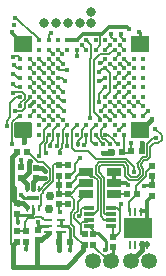
<source format=gtl>
G04 Layer_Physical_Order=1*
G04 Layer_Color=255*
%FSLAX24Y24*%
%MOIN*%
G70*
G01*
G75*
%ADD10R,0.0236X0.0217*%
%ADD11R,0.0610X0.0551*%
G04:AMPARAMS|DCode=12|XSize=61mil|YSize=55.1mil|CornerRadius=5.5mil|HoleSize=0mil|Usage=FLASHONLY|Rotation=0.000|XOffset=0mil|YOffset=0mil|HoleType=Round|Shape=RoundedRectangle|*
%AMROUNDEDRECTD12*
21,1,0.0610,0.0441,0,0,0.0*
21,1,0.0500,0.0551,0,0,0.0*
1,1,0.0110,0.0250,-0.0220*
1,1,0.0110,-0.0250,-0.0220*
1,1,0.0110,-0.0250,0.0220*
1,1,0.0110,0.0250,0.0220*
%
%ADD12ROUNDEDRECTD12*%
%ADD13C,0.0157*%
%ADD14R,0.0217X0.0236*%
%ADD15R,0.0110X0.0197*%
G04:AMPARAMS|DCode=16|XSize=9.8mil|YSize=23.6mil|CornerRadius=2.5mil|HoleSize=0mil|Usage=FLASHONLY|Rotation=180.000|XOffset=0mil|YOffset=0mil|HoleType=Round|Shape=RoundedRectangle|*
%AMROUNDEDRECTD16*
21,1,0.0098,0.0187,0,0,180.0*
21,1,0.0049,0.0236,0,0,180.0*
1,1,0.0049,-0.0025,0.0093*
1,1,0.0049,0.0025,0.0093*
1,1,0.0049,0.0025,-0.0093*
1,1,0.0049,-0.0025,-0.0093*
%
%ADD16ROUNDEDRECTD16*%
%ADD17R,0.0394X0.0177*%
%ADD18R,0.0335X0.0118*%
%ADD19R,0.0098X0.0276*%
%ADD20R,0.0937X0.0650*%
%ADD21R,0.0512X0.0276*%
%ADD22R,0.0295X0.0110*%
%ADD23R,0.0335X0.0110*%
%ADD24C,0.0118*%
%ADD25C,0.0051*%
%ADD26C,0.0150*%
%ADD27C,0.0079*%
%ADD28C,0.0098*%
%ADD29C,0.0080*%
%ADD30C,0.0100*%
%ADD31C,0.0090*%
%ADD32C,0.0050*%
%ADD33C,0.0052*%
%ADD34C,0.0060*%
%ADD35C,0.0059*%
%ADD36C,0.0300*%
%ADD37C,0.0530*%
%ADD38C,0.0330*%
%ADD39C,0.0170*%
D10*
X2787Y2669D02*
D03*
Y3024D02*
D03*
X3921Y1319D02*
D03*
Y1673D02*
D03*
X3091Y3610D02*
D03*
Y3965D02*
D03*
X2776Y3961D02*
D03*
Y3606D02*
D03*
X1390Y2339D02*
D03*
Y2693D02*
D03*
X1524Y3894D02*
D03*
Y3539D02*
D03*
X2025Y3885D02*
D03*
Y3531D02*
D03*
X1677Y1425D02*
D03*
Y1780D02*
D03*
X1390D02*
D03*
Y1425D02*
D03*
X2067Y1469D02*
D03*
Y1823D02*
D03*
X5880Y3598D02*
D03*
Y3952D02*
D03*
X5875Y3302D02*
D03*
Y2948D02*
D03*
X3634Y1673D02*
D03*
Y1319D02*
D03*
X4574Y1585D02*
D03*
Y1231D02*
D03*
X3083Y2665D02*
D03*
Y3020D02*
D03*
D11*
X5470Y8002D02*
D03*
Y5128D02*
D03*
X1592Y8002D02*
D03*
D12*
Y5128D02*
D03*
D13*
X5578Y7510D02*
D03*
Y7195D02*
D03*
Y6880D02*
D03*
X5263Y5620D02*
D03*
Y5935D02*
D03*
Y6250D02*
D03*
Y6565D02*
D03*
Y6880D02*
D03*
Y7195D02*
D03*
Y7510D02*
D03*
X4949Y8140D02*
D03*
Y7825D02*
D03*
Y7510D02*
D03*
Y7195D02*
D03*
Y6880D02*
D03*
Y6565D02*
D03*
Y6250D02*
D03*
Y5935D02*
D03*
Y5620D02*
D03*
Y5305D02*
D03*
Y4990D02*
D03*
X4634D02*
D03*
Y5305D02*
D03*
Y5620D02*
D03*
Y5935D02*
D03*
Y6250D02*
D03*
Y6565D02*
D03*
Y6880D02*
D03*
Y7195D02*
D03*
Y7510D02*
D03*
Y7825D02*
D03*
Y8140D02*
D03*
X4004D02*
D03*
X3689D02*
D03*
X3374D02*
D03*
X3059D02*
D03*
X4004Y7825D02*
D03*
X3689D02*
D03*
X3374D02*
D03*
X3059D02*
D03*
X5578Y6565D02*
D03*
Y6250D02*
D03*
Y5935D02*
D03*
Y5620D02*
D03*
X4319Y8140D02*
D03*
Y7825D02*
D03*
Y7510D02*
D03*
Y7195D02*
D03*
Y6880D02*
D03*
Y6565D02*
D03*
Y6250D02*
D03*
Y5935D02*
D03*
Y5620D02*
D03*
Y4990D02*
D03*
Y5305D02*
D03*
X4004D02*
D03*
X3689D02*
D03*
X4004Y4990D02*
D03*
X3689D02*
D03*
X3374D02*
D03*
Y5305D02*
D03*
X3059D02*
D03*
Y4990D02*
D03*
X2744D02*
D03*
Y5305D02*
D03*
Y5620D02*
D03*
Y5935D02*
D03*
Y6250D02*
D03*
Y6565D02*
D03*
Y6880D02*
D03*
Y7195D02*
D03*
Y7510D02*
D03*
Y7825D02*
D03*
Y8140D02*
D03*
X2429Y4990D02*
D03*
Y5305D02*
D03*
Y5620D02*
D03*
Y5935D02*
D03*
Y6250D02*
D03*
Y6565D02*
D03*
Y6880D02*
D03*
Y7195D02*
D03*
Y7510D02*
D03*
Y7825D02*
D03*
Y8140D02*
D03*
X2114D02*
D03*
Y7825D02*
D03*
Y7510D02*
D03*
Y7195D02*
D03*
Y6880D02*
D03*
Y6565D02*
D03*
Y6250D02*
D03*
Y5935D02*
D03*
Y5620D02*
D03*
Y4990D02*
D03*
Y5305D02*
D03*
X1799Y5620D02*
D03*
Y5935D02*
D03*
Y6250D02*
D03*
Y6565D02*
D03*
Y6880D02*
D03*
Y7195D02*
D03*
Y7510D02*
D03*
X1484Y5620D02*
D03*
Y5935D02*
D03*
Y6250D02*
D03*
Y6565D02*
D03*
Y6880D02*
D03*
Y7195D02*
D03*
Y7510D02*
D03*
D14*
X1728Y4421D02*
D03*
X1374D02*
D03*
X5183Y4430D02*
D03*
X5537D02*
D03*
X4877Y4410D02*
D03*
X4523D02*
D03*
X2780Y1406D02*
D03*
X3134D02*
D03*
X5036Y3014D02*
D03*
X5391D02*
D03*
X3126Y3319D02*
D03*
X2772D02*
D03*
D15*
X2118Y3181D02*
D03*
X1921D02*
D03*
X1724D02*
D03*
X2118Y2551D02*
D03*
X1921D02*
D03*
D16*
X1724D02*
D03*
D17*
X1921Y2866D02*
D03*
D18*
X4516Y1953D02*
D03*
Y2150D02*
D03*
Y2346D02*
D03*
Y2543D02*
D03*
X3768Y1953D02*
D03*
Y2150D02*
D03*
Y2346D02*
D03*
Y2543D02*
D03*
D19*
X5721Y2422D02*
D03*
X5524D02*
D03*
X5327D02*
D03*
X5130D02*
D03*
X5721Y1320D02*
D03*
X5524D02*
D03*
X5327D02*
D03*
X5130D02*
D03*
D20*
X5425Y1871D02*
D03*
D21*
X3673Y3000D02*
D03*
Y3374D02*
D03*
Y3748D02*
D03*
X4618D02*
D03*
Y3374D02*
D03*
Y3000D02*
D03*
D22*
X2421Y2130D02*
D03*
Y1933D02*
D03*
Y1736D02*
D03*
X2835Y2130D02*
D03*
Y1933D02*
D03*
D23*
Y1736D02*
D03*
D24*
X5043Y8591D02*
X5128Y8506D01*
X3370Y8135D02*
X3563Y8328D01*
X4610Y3374D02*
X4618Y3382D01*
X1210Y8385D02*
Y8421D01*
Y8385D02*
X1592Y8002D01*
X1950Y6086D02*
Y6088D01*
X5719Y2769D02*
X5920Y2970D01*
X5719Y2069D02*
Y2432D01*
X5522D02*
X5719D01*
X1799Y5935D02*
X1950Y6086D01*
X1799Y5933D02*
Y5935D01*
X5719Y2432D02*
Y2769D01*
X5003Y3374D02*
X5076Y3300D01*
X4618Y3374D02*
X5003D01*
X3563Y8328D02*
X4161D01*
X3065Y8145D02*
X3070Y8140D01*
X3374D01*
X4205Y8345D02*
X4451Y8591D01*
X5665Y2015D02*
X5719Y2069D01*
X5423Y1881D02*
X5483Y1941D01*
X4451Y8591D02*
X5043D01*
X4618Y3382D02*
Y3748D01*
D25*
X5183Y4430D02*
Y4702D01*
X4890Y4390D02*
X4949Y4449D01*
X4877Y4390D02*
X4890D01*
X5110D02*
X5170Y4450D01*
X4820Y2640D02*
X4855Y2675D01*
X4607Y1533D02*
X4820Y1746D01*
X1228Y7593D02*
X1401D01*
X1223Y7587D02*
X1228Y7593D01*
X1262Y7018D02*
X1400Y6880D01*
X4819Y8269D02*
Y8358D01*
X4126Y7067D02*
X4254Y7195D01*
X4315Y6240D02*
X4479Y6404D01*
X2915Y5782D02*
Y5793D01*
X4949Y7510D02*
X5115Y7343D01*
X4803Y7970D02*
Y7983D01*
X4783Y7990D02*
X4803Y7970D01*
X4634Y7510D02*
X4789Y7666D01*
X4519Y8254D02*
Y8353D01*
X4798Y7345D02*
Y7370D01*
X4163Y7354D02*
X4319Y7510D01*
X4628Y6244D02*
X4784Y6400D01*
X4321Y5626D02*
X4476Y5470D01*
X4789Y5146D02*
X4949Y5305D01*
X2744Y7825D02*
X2899Y7669D01*
X2870Y6880D02*
X2980Y6770D01*
X2429Y7825D02*
X2584Y7669D01*
X2976Y6832D02*
X3020Y6788D01*
X2744Y5620D02*
X2899Y5465D01*
X2574Y5776D02*
Y5790D01*
X2787Y2409D02*
Y2669D01*
Y2409D02*
X2798Y2399D01*
X1949Y5770D02*
Y5792D01*
X1260Y6660D02*
X1355Y6565D01*
X1260Y6660D02*
Y6680D01*
X3534Y2951D02*
X3630Y3047D01*
X2962Y6788D02*
X3020D01*
X2744Y6880D02*
X2870D01*
X3549Y7965D02*
Y7978D01*
X3374Y7595D02*
Y7825D01*
X5372Y2998D02*
X5438D01*
X3421Y4635D02*
Y4780D01*
X1030Y5268D02*
Y5440D01*
X3790Y5570D02*
X3825Y5605D01*
X3616Y4644D02*
X3689Y4717D01*
X1315Y8919D02*
X1416Y8818D01*
X4261Y4670D02*
Y4686D01*
X4004Y4944D02*
X4261Y4686D01*
X4321Y7823D02*
X4477Y7979D01*
X4694Y4711D02*
X4751D01*
X2701Y4598D02*
X2744Y4641D01*
X4155Y5480D02*
Y5530D01*
X2787Y4350D02*
Y4437D01*
X3059Y4566D02*
Y4990D01*
X4789Y5138D02*
Y5146D01*
X3849Y4772D02*
X3961Y4660D01*
X3689Y4717D02*
Y4990D01*
X3411Y4625D02*
X3421Y4635D01*
X5115Y7343D02*
X5126D01*
X4798Y7345D02*
X4949Y7195D01*
X4803Y7990D02*
Y7990D01*
X4775Y7990D02*
X4783D01*
X3549Y7965D02*
X3689Y7825D01*
X1799Y5620D02*
X1949Y5770D01*
X2921Y5787D02*
X2921Y5787D01*
X2774Y5935D02*
X2915Y5793D01*
X2921Y5787D02*
X2935D01*
X2574Y6420D02*
X2588D01*
X2429Y6565D02*
X2574Y6420D01*
X2584Y6094D02*
X2587D01*
X2892Y6102D02*
X2932D01*
X2744Y6250D02*
X2892Y6102D01*
X2429Y6250D02*
X2584Y6094D01*
X2114Y5935D02*
X2274Y5775D01*
X2269Y5465D02*
X2272D01*
X2274Y5151D02*
X2429Y5305D01*
X2274Y4776D02*
Y5151D01*
X2150Y4651D02*
X2274Y4776D01*
X2744Y6565D02*
X2903Y6405D01*
X2150Y4354D02*
Y4651D01*
X1151Y5561D02*
Y6041D01*
X1030Y5440D02*
X1151Y5561D01*
X1360Y6250D02*
X1484D01*
X1151Y6041D02*
X1360Y6250D01*
X2114D02*
X2274Y6090D01*
X1422Y8818D02*
X1870Y8370D01*
X1416Y8818D02*
X1422D01*
X1217Y7593D02*
X1223D01*
X1401D02*
X1484Y7510D01*
X5183Y4702D02*
X5196Y4714D01*
X5128Y2753D02*
X5372Y2998D01*
X5120Y3481D02*
X5416D01*
X4978Y3623D02*
X5120Y3481D01*
X5162Y3582D02*
X5374D01*
X5079Y3665D02*
X5162Y3582D01*
X5345Y3266D02*
X5676Y3597D01*
X5345Y3027D02*
Y3266D01*
X5395Y3895D02*
X5474Y3816D01*
Y3681D02*
Y3816D01*
X5374Y3582D02*
X5474Y3681D01*
X5079Y3665D02*
Y3959D01*
X4967Y4071D02*
X5079Y3959D01*
X4978Y3623D02*
Y3889D01*
X4897Y3970D02*
X4978Y3889D01*
X4168Y3970D02*
X4897D01*
X5575Y3639D02*
Y3858D01*
X5416Y3481D02*
X5575Y3639D01*
X5395Y3895D02*
Y4055D01*
X5676Y3748D02*
X5880Y3952D01*
X5676Y3597D02*
Y3748D01*
X4949Y4449D02*
Y4990D01*
X4719Y4687D02*
X4749D01*
X5614Y4134D02*
X5718D01*
X5496Y4016D02*
X5614Y4134D01*
X5496Y3937D02*
Y4016D01*
Y3937D02*
X5575Y3858D01*
X5395Y4058D02*
X5572Y4235D01*
X5345Y3027D02*
X5356Y3016D01*
X2306Y4665D02*
X2376Y4734D01*
X2306Y4394D02*
Y4665D01*
X2376Y4734D02*
Y4937D01*
X2429Y4990D01*
X2887Y4536D02*
Y4699D01*
X2787Y4437D02*
X2887Y4536D01*
X3227Y4531D02*
X3325Y4433D01*
X3227Y4531D02*
Y4673D01*
X3219Y4680D02*
X3227Y4673D01*
X3219Y4680D02*
Y5151D01*
X3421Y4780D02*
X3534Y4893D01*
X3405Y2459D02*
Y2732D01*
X3284Y2338D02*
X3405Y2459D01*
X3284Y2197D02*
Y2338D01*
X3284Y2314D02*
Y2338D01*
X3405Y2732D02*
X3673Y3000D01*
X3534Y2951D02*
Y2993D01*
X3524Y2015D02*
Y2043D01*
Y1679D02*
Y2015D01*
X3284Y2197D02*
X3467Y2015D01*
X3524D01*
Y2043D02*
X3569Y2087D01*
X3706D01*
X3768Y2150D01*
X2846Y2665D02*
X3083D01*
X3975Y2365D02*
X4070Y2460D01*
Y3477D01*
X3960Y3587D02*
X4070Y3477D01*
X3834Y3587D02*
X3960D01*
X3673Y3748D02*
X3834Y3587D01*
X4452Y2159D02*
X4454Y2157D01*
X4277Y2159D02*
X4452D01*
X4172Y2264D02*
X4277Y2159D01*
X4172Y2264D02*
Y2676D01*
X4185Y2689D01*
Y3507D01*
X4008Y3685D02*
X4185Y3507D01*
X4273Y2392D02*
X4318Y2346D01*
X4516D01*
X4273Y2392D02*
Y2634D01*
X4287Y2647D01*
Y3549D01*
X3446Y2933D02*
X3497Y2983D01*
X5113Y8513D02*
X5122Y8504D01*
X1799Y7510D02*
X1959Y7350D01*
X1947Y7039D02*
Y7047D01*
X1264Y7315D02*
X1384Y7195D01*
X2122D02*
X2274Y7043D01*
X1212Y5403D02*
X1429Y5620D01*
X1212Y4712D02*
Y5403D01*
X1384Y7195D02*
X1484D01*
X2589Y4803D02*
Y5151D01*
X2476Y4690D02*
X2589Y4803D01*
X2887Y4699D02*
X2904Y4717D01*
X2887Y4699D02*
X2887Y4699D01*
X4793Y7980D02*
X4793Y7980D01*
X4803Y7970D02*
X4949Y7825D01*
X4519Y8254D02*
X4634Y8140D01*
X2269Y6724D02*
X2274D01*
X1799Y6877D02*
X1959Y6717D01*
X1400Y6880D02*
X1484D01*
X1951Y6413D02*
X1961D01*
X2114Y6565D02*
X2274Y6405D01*
X2789Y7150D02*
X3059D01*
X3845Y7535D02*
Y7983D01*
X3825Y7515D02*
X3845Y7535D01*
X3825Y5605D02*
Y7515D01*
X3944Y6004D02*
Y7468D01*
X1355Y6565D02*
X1484D01*
X3944Y7468D02*
X4141Y7664D01*
X4114Y6075D02*
X4143D01*
X3945Y5740D02*
Y6003D01*
Y5740D02*
X4155Y5530D01*
X1799Y6565D02*
X1951Y6413D01*
X2429Y5935D02*
X2574Y5790D01*
X5009Y4172D02*
X5275Y3906D01*
X4010Y4172D02*
X5009D01*
X4126Y4071D02*
X4967D01*
X2306Y4394D02*
X2307Y4394D01*
X2904Y4717D02*
Y5151D01*
X4164Y4926D02*
Y5151D01*
Y4926D02*
X4255Y4836D01*
X4318D01*
X3325Y4433D02*
X3750D01*
X4823Y1764D02*
Y2445D01*
X4535Y1960D02*
X4574Y1921D01*
Y1585D02*
Y1921D01*
X4570Y4836D02*
X4694Y4711D01*
X4570Y4836D02*
X4570D01*
X4415Y4990D02*
X4570Y4836D01*
X4319Y4990D02*
X4415D01*
X4703Y4687D02*
X4719D01*
X4713Y4693D02*
X4719Y4687D01*
X3849Y4772D02*
Y5151D01*
X4004Y4944D02*
Y4990D01*
X4318Y4836D02*
X4437Y4717D01*
X3750Y4433D02*
X4010Y4172D01*
X4161Y8328D02*
Y8331D01*
Y7983D02*
Y8328D01*
Y8331D02*
X4190Y8360D01*
X3944Y6004D02*
X3945Y6003D01*
X3689Y8140D02*
X3845Y7983D01*
X5128Y2432D02*
Y2753D01*
X4820Y2448D02*
X4823Y2445D01*
X4724Y2543D02*
X4820Y2448D01*
Y2640D01*
X5718Y4134D02*
X5822Y4239D01*
Y4585D01*
X5721Y4281D02*
Y4686D01*
X5676Y4235D02*
X5721Y4281D01*
X5572Y4235D02*
X5676D01*
X5822Y4585D02*
X5837Y4600D01*
X5844D01*
X5949Y4705D01*
X5950Y4705D01*
X6090D01*
X6201Y4816D01*
X6202D01*
X5390Y4050D02*
X5395Y4055D01*
Y4058D01*
X5721Y4686D02*
X5910Y4875D01*
X6020D01*
X4870Y4370D02*
X4890Y4390D01*
X5110D01*
X6202Y4816D02*
Y4960D01*
X5275Y3800D02*
Y3906D01*
Y3800D02*
X5283Y3791D01*
X5992Y5169D02*
X6202Y4960D01*
X1210Y4710D02*
X1212Y4712D01*
X1429Y5620D02*
X1484D01*
X1331Y5781D02*
X1548D01*
X1330Y5780D02*
X1331Y5781D01*
X1260Y6410D02*
X1542D01*
X1548Y5781D02*
X1638Y5871D01*
Y6043D01*
X1542Y6410D02*
X1640Y6312D01*
Y6188D02*
Y6312D01*
X1484Y6032D02*
X1640Y6188D01*
X1484Y5935D02*
Y6032D01*
X1638Y6043D02*
X1799Y6204D01*
Y6250D01*
X2484Y8370D02*
X2510D01*
X2429Y8315D02*
X2484Y8370D01*
X2429Y8140D02*
Y8315D01*
X1910Y8370D02*
X1912D01*
X1870Y8370D02*
X1910D01*
X3689Y8140D02*
X3734D01*
X4141Y7664D02*
X4452D01*
X4612Y7825D01*
X4634D01*
X4164Y5151D02*
X4319Y5305D01*
X3534Y4893D02*
Y5151D01*
X2744Y4641D02*
Y4990D01*
X2728Y4975D02*
X2744Y4990D01*
X3219Y5151D02*
X3374Y5305D01*
X2589Y5151D02*
X2744Y5305D01*
X2904Y5151D02*
X3059Y5305D01*
X2114Y7510D02*
X2269Y7354D01*
X1799Y7195D02*
X1947Y7047D01*
X2114Y7195D02*
X2122D01*
X1799Y6877D02*
Y6880D01*
X2114D02*
X2120D01*
X2114D02*
X2269Y6724D01*
X2429Y6878D02*
Y6880D01*
Y6878D02*
X2579Y6728D01*
X2744Y6880D02*
X2750D01*
X2114Y5620D02*
X2269Y5465D01*
X2429Y5620D02*
X2584Y5465D01*
X2429Y7195D02*
X2584Y7039D01*
X2429Y7510D02*
X2584Y7354D01*
X2744Y7510D02*
X2899Y7354D01*
X5108Y5776D02*
X5263Y5620D01*
X4793Y5776D02*
X4949Y5620D01*
X4478Y5776D02*
X4634Y5620D01*
X5423Y6091D02*
X5578Y5935D01*
X5108Y6091D02*
X5263Y5935D01*
X4793Y6091D02*
X4949Y5935D01*
X4478Y6091D02*
X4634Y5935D01*
X4478Y7351D02*
X4634Y7195D01*
X2114Y8140D02*
Y8168D01*
X1912Y8370D02*
X2114Y8168D01*
X2744Y7195D02*
X2789Y7150D01*
X2744Y5935D02*
X2774D01*
X4949Y6880D02*
X5104Y7036D01*
X4634Y6880D02*
X4789Y7036D01*
X4949Y6565D02*
X5104Y6721D01*
X4634Y6565D02*
X4789Y6721D01*
X4319Y7195D02*
X4480Y7033D01*
Y6945D02*
Y7033D01*
X4479Y6944D02*
X4480Y6945D01*
X4479Y6404D02*
Y6944D01*
X4163Y5780D02*
X4319Y5935D01*
X4947Y6252D02*
X5102Y6408D01*
X4110Y6357D02*
X4319Y6565D01*
X4110Y6083D02*
Y6357D01*
X4274Y6880D02*
X4319D01*
X4146Y6752D02*
X4274Y6880D01*
X4254Y7195D02*
X4319D01*
X4819Y8269D02*
X4949Y8140D01*
X4004Y7825D02*
X4161Y7983D01*
X3689Y5283D02*
Y5305D01*
X3372D02*
X3374D01*
X3534Y5151D02*
X3689Y5305D01*
X3849Y5151D02*
X4004Y5305D01*
X4319Y5248D02*
Y5305D01*
X4396Y1933D02*
X4417D01*
X3673Y3748D02*
X3800D01*
X3846Y2354D02*
X3956D01*
X4008Y3685D02*
Y3953D01*
X4126Y4071D01*
X4109Y3727D02*
X4287Y3549D01*
X4109Y3727D02*
Y3911D01*
X4168Y3970D01*
X5016Y3000D02*
X5024Y3008D01*
X4618Y3000D02*
X5016D01*
X2839Y2657D02*
X2846Y2665D01*
X4516Y2543D02*
X4724D01*
D26*
X2780Y1133D02*
X2784Y1129D01*
X2293Y3531D02*
X2308Y3546D01*
X1921Y3421D02*
X2031Y3531D01*
X3624Y1329D02*
X3642Y1346D01*
X3611Y1341D02*
X3620Y1350D01*
X1280Y2820D02*
Y3195D01*
X2177Y1469D02*
X2433Y1724D01*
X2059Y601D02*
Y1484D01*
X1280Y2820D02*
X1407Y2693D01*
X1256Y1315D02*
X1386Y1445D01*
X4470Y4370D02*
X4530Y4430D01*
X2206Y3885D02*
X2309Y3782D01*
X5695Y1330D02*
X5720Y1355D01*
X5545Y1126D02*
Y1330D01*
X5522D02*
X5545D01*
X2031Y3531D02*
X2050Y3550D01*
X2031Y3531D02*
X2293D01*
X1921Y3181D02*
Y3421D01*
X2025Y3885D02*
X2206D01*
X1210Y4257D02*
X1374Y4421D01*
X1210Y3250D02*
Y4257D01*
X1572Y3539D02*
X1767Y3734D01*
Y4072D02*
X1807Y4113D01*
X1767Y3734D02*
Y4072D01*
X1524Y3539D02*
X1572D01*
X1524D02*
X1720Y3343D01*
Y3201D02*
Y3343D01*
X3580Y1130D02*
Y1261D01*
X2780Y1133D02*
Y1406D01*
X5545Y1330D02*
Y1355D01*
X4253Y4370D02*
X4470D01*
X5545Y1330D02*
X5695D01*
X5545Y1355D02*
X5550Y1360D01*
X5179Y760D02*
X5545Y1126D01*
X5537Y4430D02*
Y4702D01*
X5540Y4705D01*
X4520Y4370D02*
X4540Y4390D01*
X1210Y3230D02*
Y3250D01*
Y3230D02*
X1245Y3195D01*
X1256Y1240D02*
Y1315D01*
X1250Y580D02*
Y620D01*
Y580D02*
X3030D01*
X2059Y601D02*
X2070Y590D01*
X3030Y580D02*
X3580Y1130D01*
X1250Y620D02*
X1256Y626D01*
Y1230D01*
X1407Y2693D02*
X1410Y2690D01*
X1407Y2693D02*
X1583D01*
X1390D02*
X1407D01*
X1583D02*
X1695Y2581D01*
X2055Y1488D02*
X2059Y1484D01*
X2067Y1469D02*
Y1496D01*
Y1469D02*
X2177D01*
X2780Y1406D02*
Y1705D01*
X5470Y5128D02*
X5494D01*
X1592D02*
X1610Y5110D01*
Y4732D02*
Y5110D01*
X5494Y5128D02*
X5850Y5484D01*
D27*
X2772Y3319D02*
Y3610D01*
X2772Y3610D01*
X2787Y3024D02*
X3118D01*
X3534Y1307D02*
X3580Y1261D01*
X3595Y1298D02*
X3649D01*
X3114Y3583D02*
X3299Y3768D01*
X5593Y5620D02*
X5756Y5783D01*
X3299Y4024D02*
X3484Y4209D01*
X3290Y2507D02*
Y2811D01*
X3169Y2386D02*
X3290Y2507D01*
X3169Y2016D02*
Y2386D01*
X3292Y1600D02*
Y1894D01*
X3169Y2016D02*
X3292Y1894D01*
Y1600D02*
X3595Y1298D01*
X3238Y2863D02*
X3290Y2811D01*
X3534Y1307D02*
X3580D01*
Y1261D02*
X3590Y1251D01*
X3235Y2863D02*
X3238D01*
X5578Y5620D02*
X5593D01*
X3768Y1953D02*
X3909Y1811D01*
Y1705D02*
Y1811D01*
X3527Y3374D02*
X3673D01*
X3324Y3170D02*
X3527Y3374D01*
X3324Y3164D02*
Y3170D01*
X3271Y3111D02*
X3324Y3164D01*
X3265Y3111D02*
X3271D01*
X3114Y2984D02*
X3235Y2863D01*
X3146Y2992D02*
X3265Y3111D01*
X2787Y3024D02*
Y3280D01*
X2772Y3295D02*
X2787Y3280D01*
X3299Y3768D02*
Y4024D01*
D28*
X4339Y1135D02*
Y1428D01*
X4063Y1705D02*
X4339Y1428D01*
X3941Y1705D02*
X4063D01*
D29*
X1175Y3215D02*
X1210Y3250D01*
X1175Y1330D02*
Y3215D01*
X3580Y1130D02*
X3589Y1121D01*
X1175Y1330D02*
X1210Y1295D01*
D30*
X5450Y8440D02*
X5470Y8420D01*
X5880Y3325D02*
X5900Y3305D01*
X5585Y3270D02*
X5617Y3302D01*
X4485Y794D02*
X4574Y883D01*
X2067Y2072D02*
X2091Y2097D01*
X2028Y1787D02*
X2065Y1825D01*
X1677Y1148D02*
Y1425D01*
Y1148D02*
X1691Y1134D01*
X2067Y1827D02*
X2173Y1933D01*
X2067Y1827D02*
Y2072D01*
Y1823D02*
Y1827D01*
X4574Y883D02*
Y1231D01*
X5470Y8002D02*
Y8420D01*
X5617Y3302D02*
X5875D01*
X5880Y3325D02*
Y3598D01*
X1235Y1240D02*
X1256D01*
X1524Y3894D02*
Y4118D01*
X1528Y4122D01*
X2173Y1933D02*
X2421D01*
X2065Y1825D02*
X2067Y1823D01*
D31*
X3157Y1378D02*
Y1838D01*
X3134Y1112D02*
Y1406D01*
X3091Y3583D02*
X3097D01*
X1390Y2315D02*
X1890D01*
X1500Y2988D02*
X1622Y2866D01*
X1390Y2065D02*
Y2315D01*
Y2065D02*
X1423Y2032D01*
X2850Y1953D02*
Y2114D01*
X2835Y2130D02*
X2850Y2114D01*
X3063Y1933D02*
X3157Y1838D01*
X2835Y1933D02*
X3063D01*
X3129Y1107D02*
X3134Y1112D01*
X1890Y2315D02*
X1921Y2346D01*
Y2551D01*
X1622Y2866D02*
X1921D01*
X3087Y3579D02*
X3091Y3583D01*
D32*
X2138Y3148D02*
X2361Y3372D01*
X1394Y1811D02*
X1425Y1780D01*
X2776Y3961D02*
X3098D01*
X2630Y4019D02*
X2791D01*
X2248Y3117D02*
X2403Y3272D01*
X2248Y3052D02*
Y3117D01*
X2193Y2996D02*
X2248Y3052D01*
X2193Y2642D02*
Y2996D01*
X2571Y3434D02*
Y3960D01*
X2408Y3272D02*
X2571Y3434D01*
X2403Y3272D02*
X2408D01*
X2361Y3372D02*
X2364D01*
X2412Y3420D01*
X2414Y3419D02*
X2471Y3475D01*
Y3857D01*
X2571Y3960D02*
X2630Y4019D01*
X1877Y4288D02*
X2078Y4087D01*
X2241D01*
X2471Y3857D01*
X1870Y4288D02*
X1877D01*
X2094Y3181D02*
X2118D01*
X2248Y2189D02*
X2307Y2130D01*
X2182Y2255D02*
X2266Y2170D01*
X2019Y2255D02*
X2182D01*
X1960Y2195D02*
X2019Y2255D01*
X1749Y2195D02*
X1960D01*
X1630Y2075D02*
X1749Y2195D01*
X1630Y1803D02*
Y2075D01*
X1772Y4386D02*
X1870Y4288D01*
X2307Y2130D02*
X2421D01*
X1425Y1780D02*
X1677D01*
X2122Y2571D02*
X2193Y2642D01*
D33*
X3571Y2557D02*
X3750D01*
X3507Y2493D02*
X3571Y2557D01*
X3507Y2320D02*
Y2493D01*
X3454Y2268D02*
X3507Y2320D01*
X4430Y774D02*
X4504D01*
X3921Y1283D02*
X4430Y774D01*
X3921Y1283D02*
Y1319D01*
D34*
X2269Y7354D02*
X2272D01*
D35*
X3126Y3319D02*
X3138D01*
X3338Y3519D01*
Y3561D01*
X3536Y3760D01*
X3555D01*
D36*
X2453Y2514D02*
D03*
X2462Y2928D02*
D03*
D37*
X5770Y760D02*
D03*
X5179D02*
D03*
X4510Y770D02*
D03*
X3919D02*
D03*
D38*
X2283Y8701D02*
D03*
X3858D02*
D03*
X2677D02*
D03*
X3071D02*
D03*
X3465D02*
D03*
X3832Y9083D02*
D03*
D39*
X1260Y6680D02*
D03*
X5875Y5507D02*
D03*
X4794Y5150D02*
D03*
X4002Y4677D02*
D03*
X4245Y4671D02*
D03*
X3627Y4659D02*
D03*
X3407Y4660D02*
D03*
X5109Y7346D02*
D03*
X4797Y7351D02*
D03*
X4803Y7983D02*
D03*
X3535Y7974D02*
D03*
X3372Y7595D02*
D03*
X1952Y6087D02*
D03*
X1956Y5780D02*
D03*
X2594Y5777D02*
D03*
X2935Y5787D02*
D03*
X2595Y6411D02*
D03*
X2588Y6085D02*
D03*
X2932Y6102D02*
D03*
X2274Y5775D02*
D03*
X2272Y5465D02*
D03*
X2476Y4594D02*
D03*
X2799Y4366D02*
D03*
X2903Y6405D02*
D03*
X2962Y6788D02*
D03*
X1240Y6387D02*
D03*
X2274Y6090D02*
D03*
X1307Y8890D02*
D03*
X1238Y7572D02*
D03*
X1223Y8398D02*
D03*
X5536Y4703D02*
D03*
X5185Y4698D02*
D03*
X5090Y3313D02*
D03*
X5272Y3752D02*
D03*
X4749Y4687D02*
D03*
X5605Y3270D02*
D03*
X2118Y4291D02*
D03*
X1807Y4118D02*
D03*
X2357Y4376D02*
D03*
X1522Y4155D02*
D03*
X2301Y3786D02*
D03*
X2294Y3541D02*
D03*
X3484Y4209D02*
D03*
X2798Y2410D02*
D03*
X3454Y2268D02*
D03*
X3137Y1136D02*
D03*
X4311Y1135D02*
D03*
X5122Y8504D02*
D03*
X2779Y1132D02*
D03*
X1959Y7350D02*
D03*
X1947Y7039D02*
D03*
X1264Y7315D02*
D03*
X2274Y7043D02*
D03*
X1321Y5780D02*
D03*
X2920Y5490D02*
D03*
X2587Y5465D02*
D03*
X2717Y4606D02*
D03*
X4789Y7038D02*
D03*
X4476Y7351D02*
D03*
X4787Y7666D02*
D03*
X4474Y7976D02*
D03*
X4522Y8350D02*
D03*
X1682Y1166D02*
D03*
X2090Y2085D02*
D03*
X1418Y2072D02*
D03*
X1608Y4703D02*
D03*
X2585Y7671D02*
D03*
X2272Y7354D02*
D03*
X2587Y7354D02*
D03*
X2274Y6724D02*
D03*
X2593Y7037D02*
D03*
X2586Y6721D02*
D03*
X1959Y6717D02*
D03*
X1961Y6413D02*
D03*
X2274Y6405D02*
D03*
X3059Y7150D02*
D03*
X2902Y7354D02*
D03*
X2893Y7669D02*
D03*
X4152Y7372D02*
D03*
X4122Y7071D02*
D03*
X4126Y6764D02*
D03*
X4114Y6075D02*
D03*
X4163Y5777D02*
D03*
X4470Y4680D02*
D03*
X4835Y8343D02*
D03*
X3057Y4602D02*
D03*
X1029Y5268D02*
D03*
X4253Y4370D02*
D03*
X1265Y3180D02*
D03*
X5460Y8425D02*
D03*
X4861Y2664D02*
D03*
X6020Y4875D02*
D03*
X5992Y5169D02*
D03*
X1200Y4687D02*
D03*
X1260Y7017D02*
D03*
X2510Y8370D02*
D03*
X1280Y8640D02*
D03*
X5752Y5772D02*
D03*
X4138Y5488D02*
D03*
X3819Y5547D02*
D03*
X5106Y5776D02*
D03*
X4791D02*
D03*
X5421Y6091D02*
D03*
X5106D02*
D03*
X4791D02*
D03*
X5104Y7038D02*
D03*
Y6723D02*
D03*
X4789D02*
D03*
X4476Y5776D02*
D03*
Y6091D02*
D03*
X5102Y6410D02*
D03*
X4784Y6402D02*
D03*
X4479Y5470D02*
D03*
X1516Y2980D02*
D03*
M02*

</source>
